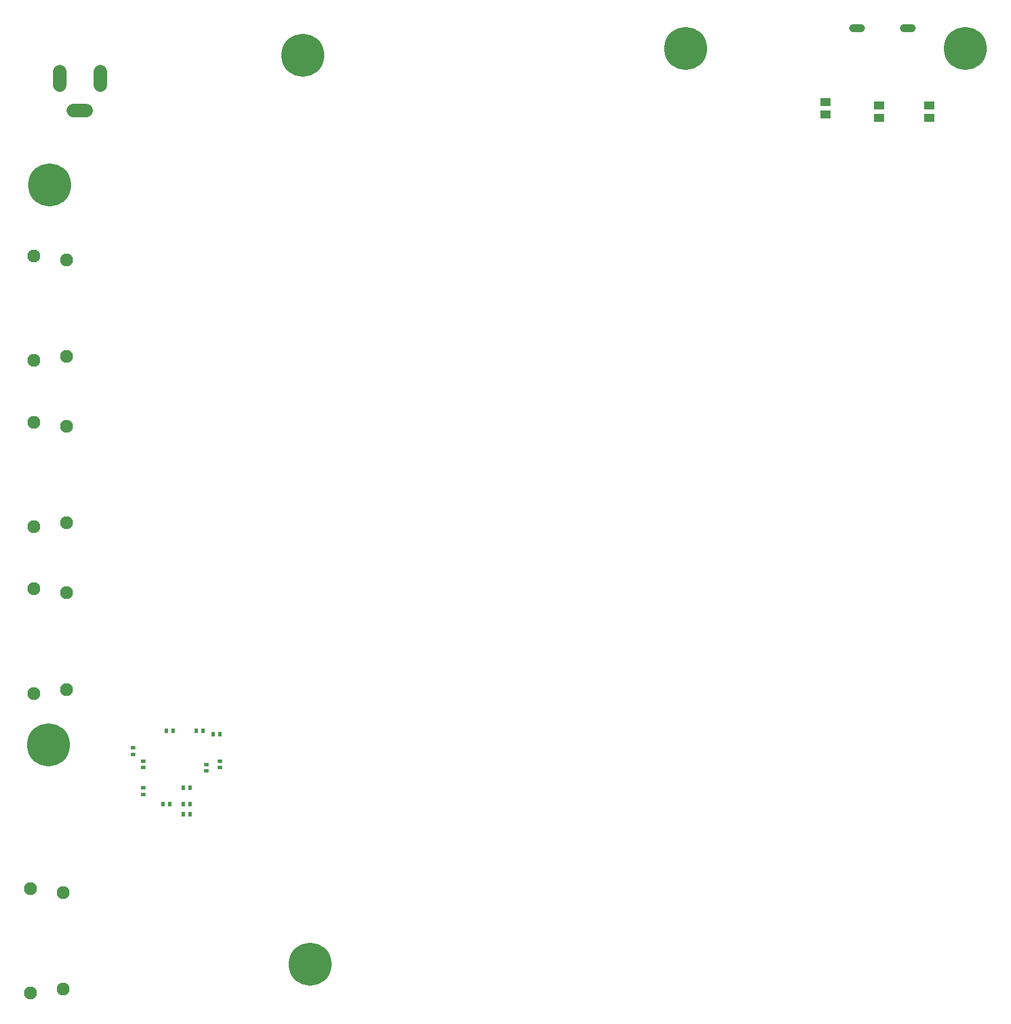
<source format=gbr>
G04 EAGLE Gerber RS-274X export*
G75*
%MOMM*%
%FSLAX34Y34*%
%LPD*%
%INSoldermask Bottom*%
%IPPOS*%
%AMOC8*
5,1,8,0,0,1.08239X$1,22.5*%
G01*
%ADD10R,0.600000X0.700000*%
%ADD11R,0.700000X0.600000*%
%ADD12C,2.000000*%
%ADD13C,1.950000*%
%ADD14R,1.500000X1.300000*%
%ADD15C,1.219200*%
%ADD16C,6.451600*%


D10*
X235000Y305000D03*
X245000Y305000D03*
D11*
X205000Y370000D03*
X205000Y360000D03*
D10*
X265000Y305000D03*
X275000Y305000D03*
D11*
X320000Y360000D03*
X320000Y370000D03*
D10*
X240000Y415000D03*
X250000Y415000D03*
X310000Y410000D03*
X320000Y410000D03*
D12*
X141000Y1385000D02*
X141000Y1405000D01*
X80000Y1405000D02*
X80000Y1385000D01*
X100000Y1347000D02*
X120000Y1347000D01*
D13*
X90000Y1122500D03*
X90000Y977500D03*
X41000Y971500D03*
X41000Y1128500D03*
X90000Y872500D03*
X90000Y727500D03*
X41000Y721500D03*
X41000Y878500D03*
X90000Y622500D03*
X90000Y477500D03*
X41000Y471500D03*
X41000Y628500D03*
X85000Y172500D03*
X85000Y27500D03*
X36000Y21500D03*
X36000Y178500D03*
D11*
X205000Y330000D03*
X205000Y320000D03*
D14*
X1385000Y1335500D03*
X1385000Y1354500D03*
D11*
X190000Y390000D03*
X190000Y380000D03*
X300000Y355000D03*
X300000Y365000D03*
D10*
X285000Y415000D03*
X295000Y415000D03*
X275000Y330000D03*
X265000Y330000D03*
X275000Y290000D03*
X265000Y290000D03*
D14*
X1230000Y1340500D03*
X1230000Y1359500D03*
X1310000Y1335500D03*
X1310000Y1354500D03*
D15*
X1347004Y1470000D02*
X1359196Y1470000D01*
X1282996Y1470000D02*
X1270804Y1470000D01*
D16*
X1440000Y1440000D03*
X455900Y64500D03*
X1020000Y1440000D03*
X63100Y394500D03*
X65000Y1235000D03*
X445000Y1430000D03*
M02*

</source>
